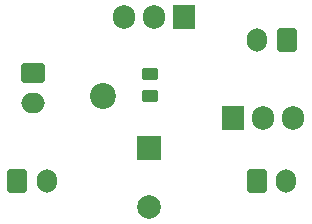
<source format=gbr>
%TF.GenerationSoftware,KiCad,Pcbnew,8.0.6-8.0.6-0~ubuntu24.04.1*%
%TF.CreationDate,2024-10-25T12:09:52+03:00*%
%TF.ProjectId,pss_v2_fan_block,7073735f-7632-45f6-9661-6e5f626c6f63,rev?*%
%TF.SameCoordinates,Original*%
%TF.FileFunction,Soldermask,Top*%
%TF.FilePolarity,Negative*%
%FSLAX46Y46*%
G04 Gerber Fmt 4.6, Leading zero omitted, Abs format (unit mm)*
G04 Created by KiCad (PCBNEW 8.0.6-8.0.6-0~ubuntu24.04.1) date 2024-10-25 12:09:52*
%MOMM*%
%LPD*%
G01*
G04 APERTURE LIST*
G04 Aperture macros list*
%AMRoundRect*
0 Rectangle with rounded corners*
0 $1 Rounding radius*
0 $2 $3 $4 $5 $6 $7 $8 $9 X,Y pos of 4 corners*
0 Add a 4 corners polygon primitive as box body*
4,1,4,$2,$3,$4,$5,$6,$7,$8,$9,$2,$3,0*
0 Add four circle primitives for the rounded corners*
1,1,$1+$1,$2,$3*
1,1,$1+$1,$4,$5*
1,1,$1+$1,$6,$7*
1,1,$1+$1,$8,$9*
0 Add four rect primitives between the rounded corners*
20,1,$1+$1,$2,$3,$4,$5,0*
20,1,$1+$1,$4,$5,$6,$7,0*
20,1,$1+$1,$6,$7,$8,$9,0*
20,1,$1+$1,$8,$9,$2,$3,0*%
G04 Aperture macros list end*
%ADD10C,2.200000*%
%ADD11RoundRect,0.250000X0.600000X0.750000X-0.600000X0.750000X-0.600000X-0.750000X0.600000X-0.750000X0*%
%ADD12O,1.700000X2.000000*%
%ADD13RoundRect,0.250000X-0.600000X-0.750000X0.600000X-0.750000X0.600000X0.750000X-0.600000X0.750000X0*%
%ADD14RoundRect,0.250000X0.450000X-0.262500X0.450000X0.262500X-0.450000X0.262500X-0.450000X-0.262500X0*%
%ADD15R,1.905000X2.000000*%
%ADD16O,1.905000X2.000000*%
%ADD17RoundRect,0.250000X-0.750000X0.600000X-0.750000X-0.600000X0.750000X-0.600000X0.750000X0.600000X0*%
%ADD18O,2.000000X1.700000*%
%ADD19R,2.000000X2.000000*%
%ADD20C,2.000000*%
G04 APERTURE END LIST*
D10*
%TO.C,H1*%
X69500000Y-81000000D03*
%TD*%
D11*
%TO.C,SW2*%
X85100000Y-76300000D03*
D12*
X82600000Y-76300000D03*
%TD*%
D13*
%TO.C,SW1*%
X62300000Y-88200000D03*
D12*
X64800000Y-88200000D03*
%TD*%
D14*
%TO.C,R1*%
X73500000Y-81000000D03*
X73500000Y-79175000D03*
%TD*%
D15*
%TO.C,Q2*%
X80560000Y-82900000D03*
D16*
X83100000Y-82900000D03*
X85640000Y-82900000D03*
%TD*%
D15*
%TO.C,Q1*%
X76400000Y-74300000D03*
D16*
X73860000Y-74300000D03*
X71320000Y-74300000D03*
%TD*%
D13*
%TO.C,J2*%
X82550000Y-88175000D03*
D12*
X85050000Y-88175000D03*
%TD*%
D17*
%TO.C,J1*%
X63600000Y-79100000D03*
D18*
X63600000Y-81600000D03*
%TD*%
D19*
%TO.C,C1*%
X73400000Y-85400000D03*
D20*
X73400000Y-90400000D03*
%TD*%
M02*

</source>
